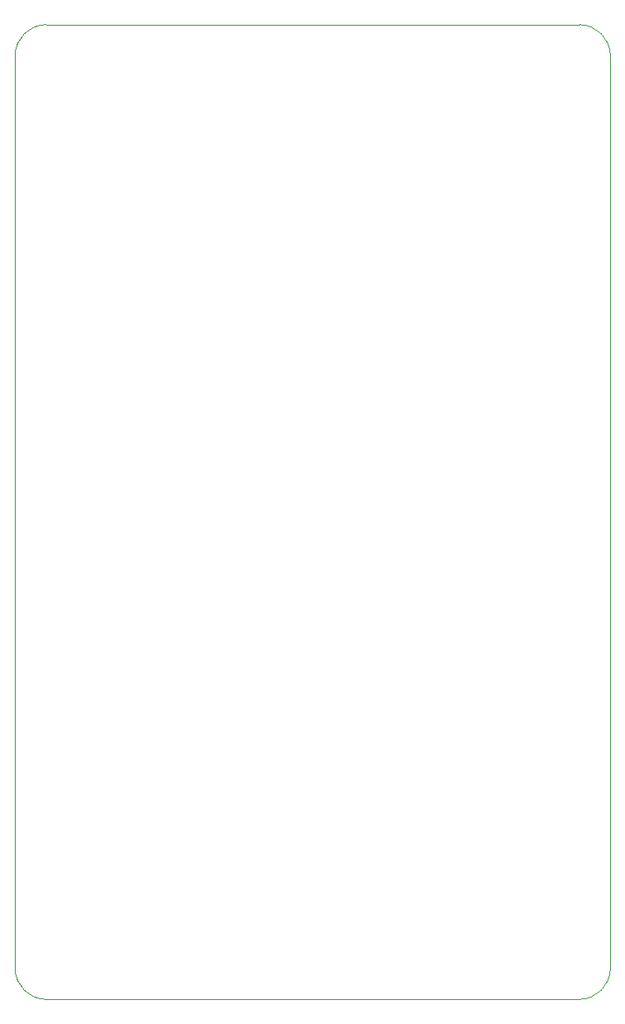
<source format=gm1>
%TF.GenerationSoftware,KiCad,Pcbnew,(5.1.8)-1*%
%TF.CreationDate,2021-02-21T19:29:31+01:00*%
%TF.ProjectId,A2600 Keyboard,41323630-3020-44b6-9579-626f6172642e,rev?*%
%TF.SameCoordinates,Original*%
%TF.FileFunction,Profile,NP*%
%FSLAX46Y46*%
G04 Gerber Fmt 4.6, Leading zero omitted, Abs format (unit mm)*
G04 Created by KiCad (PCBNEW (5.1.8)-1) date 2021-02-21 19:29:31*
%MOMM*%
%LPD*%
G01*
G04 APERTURE LIST*
%TA.AperFunction,Profile*%
%ADD10C,0.050000*%
%TD*%
G04 APERTURE END LIST*
D10*
X125095000Y-139700000D02*
X179705000Y-139700000D01*
X121920000Y-43180000D02*
X121920000Y-136525000D01*
X179705000Y-40005000D02*
X125095000Y-40005000D01*
X182880000Y-43180000D02*
X182880000Y-136525000D01*
X182880000Y-136525000D02*
G75*
G02*
X179705000Y-139700000I-3175000J0D01*
G01*
X125095000Y-139700000D02*
G75*
G02*
X121920000Y-136525000I0J3175000D01*
G01*
X121920000Y-43180000D02*
G75*
G02*
X125095000Y-40005000I3175000J0D01*
G01*
X179705000Y-40005000D02*
G75*
G02*
X182880000Y-43180000I0J-3175000D01*
G01*
M02*

</source>
